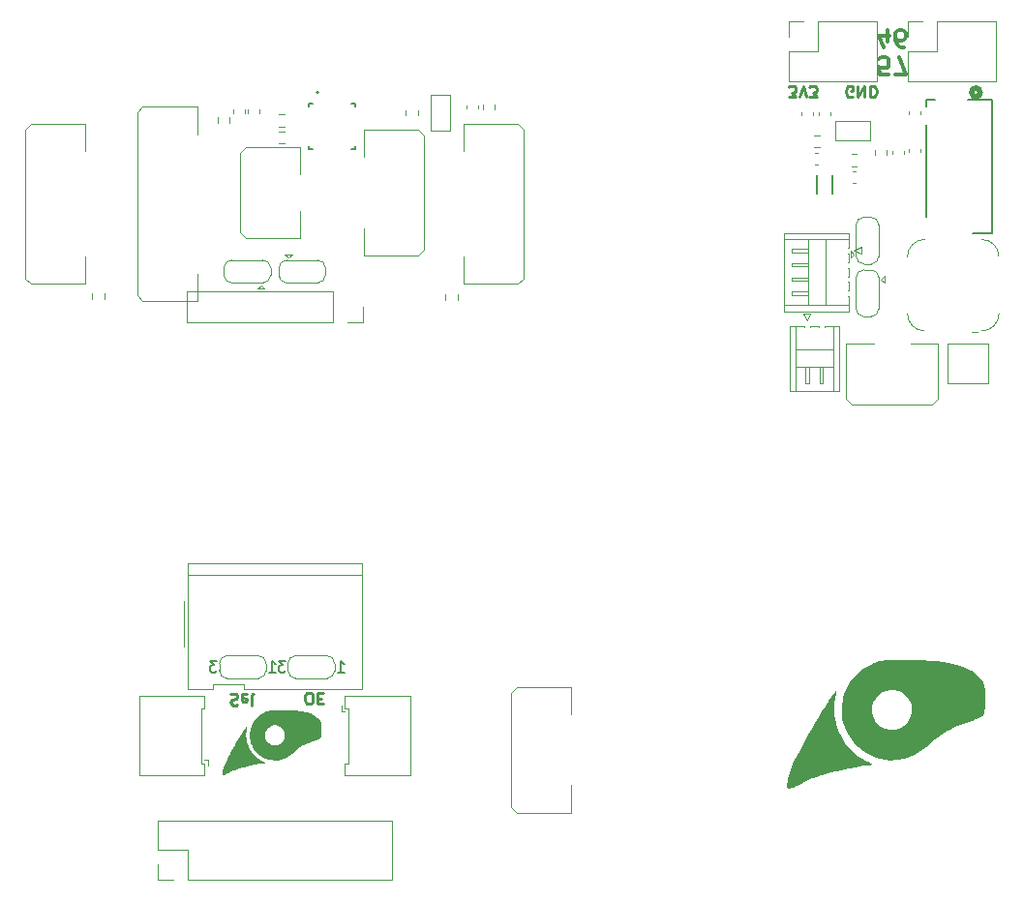
<source format=gbr>
%TF.GenerationSoftware,KiCad,Pcbnew,8.0.5*%
%TF.CreationDate,2024-12-31T14:00:23+11:00*%
%TF.ProjectId,Combined_Fabrication,436f6d62-696e-4656-945f-466162726963,rev?*%
%TF.SameCoordinates,Original*%
%TF.FileFunction,Legend,Bot*%
%TF.FilePolarity,Positive*%
%FSLAX46Y46*%
G04 Gerber Fmt 4.6, Leading zero omitted, Abs format (unit mm)*
G04 Created by KiCad (PCBNEW 8.0.5) date 2024-12-31 14:00:23*
%MOMM*%
%LPD*%
G01*
G04 APERTURE LIST*
%ADD10C,0.300000*%
%ADD11C,0.250000*%
%ADD12C,0.150000*%
%ADD13C,0.000000*%
%ADD14C,0.050000*%
%ADD15C,0.120000*%
%ADD16C,0.100000*%
%ADD17C,0.152400*%
%ADD18C,0.508000*%
%ADD19C,0.127000*%
%ADD20C,0.200000*%
G04 APERTURE END LIST*
D10*
X180249999Y-55179129D02*
X181249999Y-55179129D01*
X181249999Y-55179129D02*
X180607142Y-53679129D01*
X181035714Y-52764213D02*
X180749999Y-52764213D01*
X180749999Y-52764213D02*
X180607142Y-52692784D01*
X180607142Y-52692784D02*
X180535714Y-52621356D01*
X180535714Y-52621356D02*
X180392856Y-52407070D01*
X180392856Y-52407070D02*
X180321428Y-52121356D01*
X180321428Y-52121356D02*
X180321428Y-51549927D01*
X180321428Y-51549927D02*
X180392856Y-51407070D01*
X180392856Y-51407070D02*
X180464285Y-51335642D01*
X180464285Y-51335642D02*
X180607142Y-51264213D01*
X180607142Y-51264213D02*
X180892856Y-51264213D01*
X180892856Y-51264213D02*
X181035714Y-51335642D01*
X181035714Y-51335642D02*
X181107142Y-51407070D01*
X181107142Y-51407070D02*
X181178571Y-51549927D01*
X181178571Y-51549927D02*
X181178571Y-51907070D01*
X181178571Y-51907070D02*
X181107142Y-52049927D01*
X181107142Y-52049927D02*
X181035714Y-52121356D01*
X181035714Y-52121356D02*
X180892856Y-52192784D01*
X180892856Y-52192784D02*
X180607142Y-52192784D01*
X180607142Y-52192784D02*
X180464285Y-52121356D01*
X180464285Y-52121356D02*
X180392856Y-52049927D01*
X180392856Y-52049927D02*
X180321428Y-51907070D01*
D11*
X170961903Y-57150382D02*
X171580950Y-57150382D01*
X171580950Y-57150382D02*
X171247617Y-56769430D01*
X171247617Y-56769430D02*
X171390474Y-56769430D01*
X171390474Y-56769430D02*
X171485712Y-56721811D01*
X171485712Y-56721811D02*
X171533331Y-56674192D01*
X171533331Y-56674192D02*
X171580950Y-56578954D01*
X171580950Y-56578954D02*
X171580950Y-56340859D01*
X171580950Y-56340859D02*
X171533331Y-56245621D01*
X171533331Y-56245621D02*
X171485712Y-56198002D01*
X171485712Y-56198002D02*
X171390474Y-56150382D01*
X171390474Y-56150382D02*
X171104760Y-56150382D01*
X171104760Y-56150382D02*
X171009522Y-56198002D01*
X171009522Y-56198002D02*
X170961903Y-56245621D01*
X171866665Y-57150382D02*
X172199998Y-56150382D01*
X172199998Y-56150382D02*
X172533331Y-57150382D01*
X172771427Y-57150382D02*
X173390474Y-57150382D01*
X173390474Y-57150382D02*
X173057141Y-56769430D01*
X173057141Y-56769430D02*
X173199998Y-56769430D01*
X173199998Y-56769430D02*
X173295236Y-56721811D01*
X173295236Y-56721811D02*
X173342855Y-56674192D01*
X173342855Y-56674192D02*
X173390474Y-56578954D01*
X173390474Y-56578954D02*
X173390474Y-56340859D01*
X173390474Y-56340859D02*
X173342855Y-56245621D01*
X173342855Y-56245621D02*
X173295236Y-56198002D01*
X173295236Y-56198002D02*
X173199998Y-56150382D01*
X173199998Y-56150382D02*
X172914284Y-56150382D01*
X172914284Y-56150382D02*
X172819046Y-56198002D01*
X172819046Y-56198002D02*
X172771427Y-56245621D01*
X176538094Y-57102762D02*
X176442856Y-57150381D01*
X176442856Y-57150381D02*
X176299999Y-57150381D01*
X176299999Y-57150381D02*
X176157142Y-57102762D01*
X176157142Y-57102762D02*
X176061904Y-57007524D01*
X176061904Y-57007524D02*
X176014285Y-56912286D01*
X176014285Y-56912286D02*
X175966666Y-56721810D01*
X175966666Y-56721810D02*
X175966666Y-56578953D01*
X175966666Y-56578953D02*
X176014285Y-56388477D01*
X176014285Y-56388477D02*
X176061904Y-56293239D01*
X176061904Y-56293239D02*
X176157142Y-56198001D01*
X176157142Y-56198001D02*
X176299999Y-56150381D01*
X176299999Y-56150381D02*
X176395237Y-56150381D01*
X176395237Y-56150381D02*
X176538094Y-56198001D01*
X176538094Y-56198001D02*
X176585713Y-56245620D01*
X176585713Y-56245620D02*
X176585713Y-56578953D01*
X176585713Y-56578953D02*
X176395237Y-56578953D01*
X177014285Y-56150381D02*
X177014285Y-57150381D01*
X177014285Y-57150381D02*
X177585713Y-56150381D01*
X177585713Y-56150381D02*
X177585713Y-57150381D01*
X178061904Y-56150381D02*
X178061904Y-57150381D01*
X178061904Y-57150381D02*
X178299999Y-57150381D01*
X178299999Y-57150381D02*
X178442856Y-57102762D01*
X178442856Y-57102762D02*
X178538094Y-57007524D01*
X178538094Y-57007524D02*
X178585713Y-56912286D01*
X178585713Y-56912286D02*
X178633332Y-56721810D01*
X178633332Y-56721810D02*
X178633332Y-56578953D01*
X178633332Y-56578953D02*
X178585713Y-56388477D01*
X178585713Y-56388477D02*
X178538094Y-56293239D01*
X178538094Y-56293239D02*
X178442856Y-56198001D01*
X178442856Y-56198001D02*
X178299999Y-56150381D01*
X178299999Y-56150381D02*
X178061904Y-56150381D01*
D10*
X179657143Y-55179132D02*
X178942857Y-55179132D01*
X178942857Y-55179132D02*
X178871429Y-54464846D01*
X178871429Y-54464846D02*
X178942857Y-54536275D01*
X178942857Y-54536275D02*
X179085715Y-54607703D01*
X179085715Y-54607703D02*
X179442857Y-54607703D01*
X179442857Y-54607703D02*
X179585715Y-54536275D01*
X179585715Y-54536275D02*
X179657143Y-54464846D01*
X179657143Y-54464846D02*
X179728572Y-54321989D01*
X179728572Y-54321989D02*
X179728572Y-53964846D01*
X179728572Y-53964846D02*
X179657143Y-53821989D01*
X179657143Y-53821989D02*
X179585715Y-53750561D01*
X179585715Y-53750561D02*
X179442857Y-53679132D01*
X179442857Y-53679132D02*
X179085715Y-53679132D01*
X179085715Y-53679132D02*
X178942857Y-53750561D01*
X178942857Y-53750561D02*
X178871429Y-53821989D01*
X179585715Y-52264216D02*
X179585715Y-51264216D01*
X179228572Y-52835645D02*
X178871429Y-51764216D01*
X178871429Y-51764216D02*
X179800000Y-51764216D01*
D11*
X128893044Y-110235381D02*
X129083520Y-110235381D01*
X129083520Y-110235381D02*
X129178758Y-110187762D01*
X129178758Y-110187762D02*
X129273996Y-110092524D01*
X129273996Y-110092524D02*
X129321615Y-109902048D01*
X129321615Y-109902048D02*
X129321615Y-109568715D01*
X129321615Y-109568715D02*
X129273996Y-109378239D01*
X129273996Y-109378239D02*
X129178758Y-109283001D01*
X129178758Y-109283001D02*
X129083520Y-109235381D01*
X129083520Y-109235381D02*
X128893044Y-109235381D01*
X128893044Y-109235381D02*
X128797806Y-109283001D01*
X128797806Y-109283001D02*
X128702568Y-109378239D01*
X128702568Y-109378239D02*
X128654949Y-109568715D01*
X128654949Y-109568715D02*
X128654949Y-109902048D01*
X128654949Y-109902048D02*
X128702568Y-110092524D01*
X128702568Y-110092524D02*
X128797806Y-110187762D01*
X128797806Y-110187762D02*
X128893044Y-110235381D01*
X129750187Y-109759191D02*
X130083520Y-109759191D01*
X130226377Y-109235381D02*
X129750187Y-109235381D01*
X129750187Y-109235381D02*
X129750187Y-110235381D01*
X129750187Y-110235381D02*
X130226377Y-110235381D01*
X122154949Y-109383000D02*
X122297806Y-109335380D01*
X122297806Y-109335380D02*
X122535901Y-109335380D01*
X122535901Y-109335380D02*
X122631139Y-109383000D01*
X122631139Y-109383000D02*
X122678758Y-109430619D01*
X122678758Y-109430619D02*
X122726377Y-109525857D01*
X122726377Y-109525857D02*
X122726377Y-109621095D01*
X122726377Y-109621095D02*
X122678758Y-109716333D01*
X122678758Y-109716333D02*
X122631139Y-109763952D01*
X122631139Y-109763952D02*
X122535901Y-109811571D01*
X122535901Y-109811571D02*
X122345425Y-109859190D01*
X122345425Y-109859190D02*
X122250187Y-109906809D01*
X122250187Y-109906809D02*
X122202568Y-109954428D01*
X122202568Y-109954428D02*
X122154949Y-110049666D01*
X122154949Y-110049666D02*
X122154949Y-110144904D01*
X122154949Y-110144904D02*
X122202568Y-110240142D01*
X122202568Y-110240142D02*
X122250187Y-110287761D01*
X122250187Y-110287761D02*
X122345425Y-110335380D01*
X122345425Y-110335380D02*
X122583520Y-110335380D01*
X122583520Y-110335380D02*
X122726377Y-110287761D01*
X123535901Y-109383000D02*
X123440663Y-109335380D01*
X123440663Y-109335380D02*
X123250187Y-109335380D01*
X123250187Y-109335380D02*
X123154949Y-109383000D01*
X123154949Y-109383000D02*
X123107330Y-109478238D01*
X123107330Y-109478238D02*
X123107330Y-109859190D01*
X123107330Y-109859190D02*
X123154949Y-109954428D01*
X123154949Y-109954428D02*
X123250187Y-110002047D01*
X123250187Y-110002047D02*
X123440663Y-110002047D01*
X123440663Y-110002047D02*
X123535901Y-109954428D01*
X123535901Y-109954428D02*
X123583520Y-109859190D01*
X123583520Y-109859190D02*
X123583520Y-109763952D01*
X123583520Y-109763952D02*
X123107330Y-109668714D01*
X124154949Y-109335380D02*
X124059711Y-109383000D01*
X124059711Y-109383000D02*
X124012092Y-109478238D01*
X124012092Y-109478238D02*
X124012092Y-110335380D01*
D12*
X126933331Y-106454820D02*
X126314284Y-106454820D01*
X126314284Y-106454820D02*
X126647617Y-106835772D01*
X126647617Y-106835772D02*
X126504760Y-106835772D01*
X126504760Y-106835772D02*
X126409522Y-106883391D01*
X126409522Y-106883391D02*
X126361903Y-106931010D01*
X126361903Y-106931010D02*
X126314284Y-107026248D01*
X126314284Y-107026248D02*
X126314284Y-107264343D01*
X126314284Y-107264343D02*
X126361903Y-107359581D01*
X126361903Y-107359581D02*
X126409522Y-107407201D01*
X126409522Y-107407201D02*
X126504760Y-107454820D01*
X126504760Y-107454820D02*
X126790474Y-107454820D01*
X126790474Y-107454820D02*
X126885712Y-107407201D01*
X126885712Y-107407201D02*
X126933331Y-107359581D01*
X131514286Y-107454820D02*
X132085714Y-107454820D01*
X131800000Y-107454820D02*
X131800000Y-106454820D01*
X131800000Y-106454820D02*
X131895238Y-106597677D01*
X131895238Y-106597677D02*
X131990476Y-106692915D01*
X131990476Y-106692915D02*
X132085714Y-106740534D01*
X125514286Y-107454820D02*
X126085714Y-107454820D01*
X125800000Y-107454820D02*
X125800000Y-106454820D01*
X125800000Y-106454820D02*
X125895238Y-106597677D01*
X125895238Y-106597677D02*
X125990476Y-106692915D01*
X125990476Y-106692915D02*
X126085714Y-106740534D01*
X120933331Y-106454820D02*
X120314284Y-106454820D01*
X120314284Y-106454820D02*
X120647617Y-106835772D01*
X120647617Y-106835772D02*
X120504760Y-106835772D01*
X120504760Y-106835772D02*
X120409522Y-106883391D01*
X120409522Y-106883391D02*
X120361903Y-106931010D01*
X120361903Y-106931010D02*
X120314284Y-107026248D01*
X120314284Y-107026248D02*
X120314284Y-107264343D01*
X120314284Y-107264343D02*
X120361903Y-107359581D01*
X120361903Y-107359581D02*
X120409522Y-107407201D01*
X120409522Y-107407201D02*
X120504760Y-107454820D01*
X120504760Y-107454820D02*
X120790474Y-107454820D01*
X120790474Y-107454820D02*
X120885712Y-107407201D01*
X120885712Y-107407201D02*
X120933331Y-107359581D01*
D13*
%TO.C,REF\u002A\u002A*%
G36*
X188132431Y-110666843D02*
G01*
X188096804Y-110885250D01*
X188052071Y-111040098D01*
X188037626Y-111072571D01*
X187970080Y-111185354D01*
X187874708Y-111288613D01*
X187743211Y-111387166D01*
X187567290Y-111485828D01*
X187338647Y-111589417D01*
X187048984Y-111702748D01*
X186690000Y-111830639D01*
X186588661Y-111865655D01*
X186244290Y-111985724D01*
X185961605Y-112086549D01*
X185729207Y-112172547D01*
X185535700Y-112248135D01*
X185369686Y-112317729D01*
X185219766Y-112385745D01*
X185074543Y-112456599D01*
X184883693Y-112556805D01*
X184318753Y-112901761D01*
X183746278Y-113322154D01*
X183170000Y-113815320D01*
X182965217Y-113996455D01*
X182488796Y-114365691D01*
X182011180Y-114660570D01*
X181525111Y-114884675D01*
X181023330Y-115041593D01*
X180498578Y-115134909D01*
X180381838Y-115147130D01*
X179888075Y-115165026D01*
X179401972Y-115123407D01*
X178895393Y-115020263D01*
X178451810Y-114878201D01*
X177945636Y-114642970D01*
X177470267Y-114342522D01*
X177033132Y-113983882D01*
X176641660Y-113574075D01*
X176303280Y-113120125D01*
X176025421Y-112629059D01*
X175815513Y-112107900D01*
X175791681Y-112033547D01*
X175716308Y-111775035D01*
X175664691Y-111542772D01*
X175632924Y-111310297D01*
X175617097Y-111051154D01*
X175613302Y-110738884D01*
X175616305Y-110650000D01*
X178250000Y-110650000D01*
X178250000Y-110850000D01*
X178275000Y-111040599D01*
X178300000Y-111184789D01*
X178339485Y-111306258D01*
X178383224Y-111428967D01*
X178531211Y-111714155D01*
X178757805Y-111994403D01*
X179039147Y-112222633D01*
X179366238Y-112390044D01*
X179501036Y-112431590D01*
X179755091Y-112474528D01*
X180030270Y-112488235D01*
X180295096Y-112471777D01*
X180518093Y-112424221D01*
X180763936Y-112327029D01*
X181036894Y-112164601D01*
X181277665Y-111947933D01*
X181494047Y-111662682D01*
X181647062Y-111338985D01*
X181730182Y-110993093D01*
X181741968Y-110635841D01*
X181680978Y-110278065D01*
X181545774Y-109930598D01*
X181505031Y-109859933D01*
X181377709Y-109687461D01*
X181217615Y-109511355D01*
X181048316Y-109356305D01*
X180893374Y-109247005D01*
X180861595Y-109229680D01*
X180529663Y-109094961D01*
X180181841Y-109029446D01*
X179830337Y-109030897D01*
X179487356Y-109097076D01*
X179165105Y-109225746D01*
X178875789Y-109414670D01*
X178631615Y-109661610D01*
X178551215Y-109769257D01*
X178426897Y-109979368D01*
X178346613Y-110199590D01*
X178275000Y-110452051D01*
X178250000Y-110650000D01*
X175616305Y-110650000D01*
X175627092Y-110330783D01*
X175671417Y-109952805D01*
X175751106Y-109594715D01*
X175871017Y-109228036D01*
X176030054Y-108860567D01*
X176308584Y-108379143D01*
X176649575Y-107929647D01*
X177043828Y-107521311D01*
X177482143Y-107163368D01*
X177955320Y-106865050D01*
X178454161Y-106635589D01*
X178636846Y-106570542D01*
X178854407Y-106504895D01*
X179078952Y-106452000D01*
X179319574Y-106411108D01*
X179585363Y-106381473D01*
X179885410Y-106362345D01*
X180228806Y-106352978D01*
X180624643Y-106352622D01*
X181082011Y-106360531D01*
X181610000Y-106375956D01*
X181899319Y-106385812D01*
X182410507Y-106404521D01*
X182854655Y-106423087D01*
X183240337Y-106442311D01*
X183576128Y-106462993D01*
X183870603Y-106485934D01*
X184132337Y-106511935D01*
X184369904Y-106541797D01*
X184591879Y-106576319D01*
X184806837Y-106616304D01*
X185023353Y-106662551D01*
X185250000Y-106715862D01*
X185629465Y-106815735D01*
X186204838Y-107002070D01*
X186704649Y-107212448D01*
X187129486Y-107447266D01*
X187479935Y-107706921D01*
X187756584Y-107991811D01*
X187960019Y-108302333D01*
X188090827Y-108638884D01*
X188105223Y-108698232D01*
X188140547Y-108914924D01*
X188164963Y-109179713D01*
X188178728Y-109476649D01*
X188182100Y-109789781D01*
X188175336Y-110103158D01*
X188158694Y-110400829D01*
X188135492Y-110635841D01*
X188132431Y-110666843D01*
G37*
G36*
X175094565Y-109136590D02*
G01*
X175121040Y-109185723D01*
X175123426Y-109289012D01*
X175101528Y-109453769D01*
X175055152Y-109687312D01*
X175038913Y-109767547D01*
X174987380Y-110132694D01*
X174960821Y-110531605D01*
X174960668Y-110929889D01*
X174988351Y-111293156D01*
X175000030Y-111380112D01*
X175126018Y-111996793D01*
X175322313Y-112587303D01*
X175585149Y-113144630D01*
X175910765Y-113661762D01*
X176295394Y-114131687D01*
X176735273Y-114547393D01*
X176824432Y-114619639D01*
X177106583Y-114830330D01*
X177395223Y-115022127D01*
X177669859Y-115181959D01*
X177910000Y-115296755D01*
X177925638Y-115303140D01*
X178084803Y-115372796D01*
X178179410Y-115427155D01*
X178220386Y-115474187D01*
X178218659Y-115521860D01*
X178206665Y-115539897D01*
X178122747Y-115580342D01*
X177962479Y-115606983D01*
X177947560Y-115608487D01*
X177528811Y-115655697D01*
X177124684Y-115712101D01*
X176712480Y-115781510D01*
X176269498Y-115867736D01*
X175773040Y-115974589D01*
X175629449Y-116006808D01*
X175084375Y-116133291D01*
X174602223Y-116253495D01*
X174169959Y-116371842D01*
X173774547Y-116492756D01*
X173402954Y-116620658D01*
X173042144Y-116759970D01*
X172679082Y-116915115D01*
X172300733Y-117090515D01*
X171894062Y-117290593D01*
X171633244Y-117419970D01*
X171402298Y-117528914D01*
X171224816Y-117604019D01*
X171092221Y-117648083D01*
X170995938Y-117663903D01*
X170927390Y-117654276D01*
X170878000Y-117622000D01*
X170853214Y-117580821D01*
X170829707Y-117457406D01*
X170829294Y-117279701D01*
X170850020Y-117061226D01*
X170889932Y-116815498D01*
X170947075Y-116556039D01*
X171019495Y-116296366D01*
X171105238Y-116050000D01*
X171119302Y-116014301D01*
X171253768Y-115696669D01*
X171426213Y-115322128D01*
X171631672Y-114899718D01*
X171865182Y-114438479D01*
X172121780Y-113947451D01*
X172396499Y-113435674D01*
X172684378Y-112912189D01*
X172980451Y-112386035D01*
X173279756Y-111866252D01*
X173577327Y-111361880D01*
X173868200Y-110881960D01*
X174147413Y-110435531D01*
X174410000Y-110031634D01*
X174564293Y-109802560D01*
X174716974Y-109581863D01*
X174849766Y-109396225D01*
X174956789Y-109253678D01*
X175032161Y-109162258D01*
X175070000Y-109130000D01*
X175094565Y-109136590D01*
G37*
D14*
%TO.C,U4*%
X178099999Y-60900001D02*
X174999999Y-60900001D01*
X174999999Y-59200001D01*
X178099999Y-59200001D01*
X178099999Y-60900001D01*
D15*
%TO.C,J5*%
X181344998Y-50545002D02*
X182674998Y-50545002D01*
X181344998Y-51875002D02*
X181344998Y-50545002D01*
X181344998Y-53145003D02*
X183944998Y-53145002D01*
X181344998Y-55745002D02*
X181344998Y-53145003D01*
X183944998Y-53145002D02*
X183944999Y-50545002D01*
X189084997Y-50545002D02*
X183944999Y-50545002D01*
X189084998Y-55745002D02*
X181344998Y-55745002D01*
X189084998Y-55745002D02*
X189084997Y-50545002D01*
%TO.C,JP1*%
X176349998Y-70600004D02*
X176349998Y-71200004D01*
X176349998Y-70600004D02*
X176649998Y-70900004D01*
X176349998Y-71200004D02*
X176649998Y-70900004D01*
X176849998Y-71100004D02*
X176849998Y-68300004D01*
X177549998Y-67650004D02*
X178149998Y-67650004D01*
X178149998Y-71750004D02*
X177549998Y-71750004D01*
X178849998Y-68300004D02*
X178849998Y-71100004D01*
X176849998Y-68350004D02*
G75*
G02*
X177549998Y-67650004I700000J0D01*
G01*
X177549998Y-71750004D02*
G75*
G02*
X176849998Y-71050004I-1J699999D01*
G01*
X178149998Y-67650004D02*
G75*
G02*
X178849998Y-68350004I0J-700000D01*
G01*
X178849998Y-71050004D02*
G75*
G02*
X178149998Y-71750004I-699999J-1D01*
G01*
%TO.C,C9*%
X181490000Y-61653734D02*
X181490000Y-61946268D01*
X182510000Y-61653734D02*
X182510000Y-61946268D01*
D16*
%TO.C,BootSW1*%
X188450000Y-82150001D02*
X184850000Y-82150001D01*
X184850000Y-78750001D01*
X188450000Y-78750001D01*
X188450000Y-82150001D01*
D15*
%TO.C,C13*%
X179990000Y-61859419D02*
X179990000Y-62140581D01*
X181010000Y-61859419D02*
X181010000Y-62140581D01*
%TO.C,R2*%
X187487257Y-77677501D02*
X187012741Y-77677501D01*
X187487257Y-78722501D02*
X187012741Y-78722501D01*
D17*
%TO.C,J3*%
X183017100Y-57370700D02*
X183713553Y-57370700D01*
X183017100Y-57942860D02*
X183017100Y-57370700D01*
X183017100Y-67575771D02*
X183017101Y-59548140D01*
X186638634Y-57370700D02*
X188782900Y-57370700D01*
X188782900Y-57370700D02*
X188782900Y-69029300D01*
X188782900Y-69029300D02*
X187078632Y-69029300D01*
D18*
X187714899Y-56735700D02*
G75*
G02*
X186952899Y-56735700I-381000J0D01*
G01*
X186952899Y-56735700D02*
G75*
G02*
X187714899Y-56735700I381000J0D01*
G01*
D15*
%TO.C,J1*%
X170572499Y-69015002D02*
X176192499Y-69015002D01*
X170572499Y-75885002D02*
X170572499Y-69015002D01*
X171182498Y-71825002D02*
X171219999Y-71675002D01*
X171182498Y-74325002D02*
X171219999Y-74175002D01*
X171182499Y-70575002D02*
X171219998Y-70425002D01*
X171182499Y-73075002D02*
X171219998Y-72925002D01*
X171219998Y-70425002D02*
X172682499Y-70425002D01*
X171219998Y-70725002D02*
X171182499Y-70575002D01*
X171219998Y-72925002D02*
X172682499Y-72925002D01*
X171219998Y-73225002D02*
X171182499Y-73075002D01*
X171219999Y-71675002D02*
X172682500Y-71675002D01*
X171219999Y-71975002D02*
X171182498Y-71825002D01*
X171219999Y-74175002D02*
X172682499Y-74175001D01*
X171219999Y-74475002D02*
X171182498Y-74325002D01*
X172682499Y-70725002D02*
X171219998Y-70725002D01*
X172682499Y-73225002D02*
X171219998Y-73225002D01*
X172682499Y-74475001D02*
X171219999Y-74475002D01*
X172682499Y-75335002D02*
X172682499Y-69565002D01*
X172682500Y-71975002D02*
X171219999Y-71975002D01*
X174182499Y-75335002D02*
X174182499Y-69565002D01*
X176142499Y-71575002D02*
X176192499Y-71575002D01*
X176142499Y-72825002D02*
X176192499Y-72825002D01*
X176142499Y-74075002D02*
X176192499Y-74075002D01*
X176142499Y-74575003D02*
X176192499Y-74575002D01*
X176192499Y-69015002D02*
X176192499Y-70325002D01*
X176192499Y-69565002D02*
X170572499Y-69565002D01*
X176192499Y-70325002D02*
X176142499Y-70325002D01*
X176192499Y-70825002D02*
X176142499Y-70825002D01*
X176192499Y-71575002D02*
X176192499Y-70825002D01*
X176192499Y-72075002D02*
X176142499Y-72075002D01*
X176192499Y-72825002D02*
X176192499Y-72075002D01*
X176192499Y-73325002D02*
X176142499Y-73325002D01*
X176192499Y-74075002D02*
X176192499Y-73325002D01*
X176192499Y-74575002D02*
X176192499Y-75885002D01*
X176192499Y-75335002D02*
X170572499Y-75335002D01*
X176192499Y-75885002D02*
X170572499Y-75885002D01*
X176682499Y-70575002D02*
X177282499Y-70875002D01*
X177282499Y-70275002D02*
X176682499Y-70575002D01*
X177282499Y-70875002D02*
X177282499Y-70275002D01*
%TO.C,R1*%
X173162742Y-60477501D02*
X173637258Y-60477501D01*
X173162742Y-61522501D02*
X173637258Y-61522501D01*
%TO.C,C12*%
X178477500Y-61762742D02*
X178477500Y-62237258D01*
X179522500Y-61762742D02*
X179522500Y-62237258D01*
%TO.C,J4*%
X170944998Y-50545000D02*
X172274998Y-50545000D01*
X170944998Y-51875000D02*
X170944998Y-50545000D01*
X170944998Y-53145001D02*
X173544998Y-53145000D01*
X170944998Y-55745000D02*
X170944998Y-53145001D01*
X173544998Y-53145000D02*
X173544999Y-50545000D01*
X178684997Y-50545000D02*
X173544999Y-50545000D01*
X178684998Y-55745000D02*
X170944998Y-55745000D01*
X178684998Y-55745000D02*
X178684997Y-50545000D01*
%TO.C,C7*%
X173589999Y-58453733D02*
X173589999Y-58746267D01*
X174609999Y-58453733D02*
X174609999Y-58746267D01*
D16*
%TO.C,U3*%
X175999999Y-78750001D02*
X178399999Y-78750000D01*
X175999999Y-82099999D02*
X175999999Y-78750001D01*
X175999999Y-82099999D02*
X175999999Y-83500000D01*
X175999999Y-83500000D02*
X176499999Y-84000000D01*
X176499999Y-84000000D02*
X183499999Y-84000000D01*
X181599999Y-78750000D02*
X183999999Y-78750001D01*
X183999999Y-78750001D02*
X183999999Y-82099999D01*
X183999999Y-82099999D02*
X183999999Y-83500000D01*
X183999999Y-83500000D02*
X183499999Y-84000000D01*
%TO.C,U1*%
X181349999Y-71100001D02*
G75*
G02*
X182849999Y-69600001I1500000J0D01*
G01*
X182849999Y-77600001D02*
G75*
G02*
X181349999Y-76100001I0J1500000D01*
G01*
X187849999Y-69600001D02*
G75*
G02*
X189349999Y-71100001I-1J-1500001D01*
G01*
X189349999Y-76100001D02*
G75*
G02*
X187849999Y-77600001I-1500001J1D01*
G01*
D15*
%TO.C,C1*%
X176559419Y-63640001D02*
X176840581Y-63640001D01*
X176559419Y-64660001D02*
X176840581Y-64660001D01*
%TO.C,J2*%
X171015000Y-77207501D02*
X172325000Y-77207501D01*
X171015000Y-82827501D02*
X171015000Y-77207501D01*
X171565000Y-77207501D02*
X171565000Y-82827501D01*
X172275000Y-76117501D02*
X172575000Y-76717501D01*
X172325000Y-77207501D02*
X172325000Y-77257501D01*
X172425000Y-82180002D02*
X172425000Y-80717501D01*
X172575000Y-76717501D02*
X172875000Y-76117501D01*
X172575000Y-82217501D02*
X172425000Y-82180002D01*
X172725000Y-80717501D02*
X172725000Y-82180002D01*
X172725000Y-82180002D02*
X172575000Y-82217501D01*
X172825000Y-77207501D02*
X172825000Y-77257501D01*
X172875000Y-76117501D02*
X172275000Y-76117501D01*
X173575000Y-77207501D02*
X172825000Y-77207501D01*
X173575000Y-77257501D02*
X173575000Y-77207501D01*
X173675000Y-82180001D02*
X173675000Y-80717500D01*
X173825000Y-82217502D02*
X173675000Y-82180001D01*
X173975000Y-80717500D02*
X173975000Y-82180001D01*
X173975000Y-82180001D02*
X173825000Y-82217502D01*
X174075000Y-77207501D02*
X175385000Y-77207501D01*
X174075000Y-77257501D02*
X174075000Y-77207501D01*
X174835000Y-77207501D02*
X174835000Y-82827501D01*
X174835000Y-79217501D02*
X171565000Y-79217501D01*
X174835000Y-80717501D02*
X171565000Y-80717501D01*
X175385000Y-77207501D02*
X175385000Y-82827501D01*
X175385000Y-82827501D02*
X171015000Y-82827501D01*
D19*
%TO.C,L1*%
X173434999Y-63950003D02*
X173434999Y-65550001D01*
X174764999Y-63950003D02*
X174764999Y-65550001D01*
D15*
%TO.C,C10*%
X181440000Y-58353734D02*
X181440000Y-58646268D01*
X182460000Y-58353734D02*
X182460000Y-58646268D01*
%TO.C,JP2*%
X176849999Y-75700000D02*
X176849999Y-72900000D01*
X177549999Y-72250000D02*
X178149999Y-72250000D01*
X178149999Y-76350000D02*
X177549999Y-76350000D01*
X178849999Y-72900000D02*
X178849999Y-75700000D01*
X179349999Y-72800000D02*
X179049999Y-73100000D01*
X179349999Y-73400000D02*
X179049999Y-73100000D01*
X179349999Y-73400000D02*
X179349999Y-72800000D01*
X176849999Y-72950000D02*
G75*
G02*
X177549999Y-72250000I699999J1D01*
G01*
X177549999Y-76350000D02*
G75*
G02*
X176849999Y-75650000I0J700000D01*
G01*
X178149999Y-72250000D02*
G75*
G02*
X178849999Y-72950000I1J-699999D01*
G01*
X178849999Y-75650000D02*
G75*
G02*
X178149999Y-76350000I-700000J0D01*
G01*
%TO.C,C8*%
X172090001Y-58453735D02*
X172090001Y-58746269D01*
X173110001Y-58453735D02*
X173110001Y-58746269D01*
%TO.C,C6*%
X173259419Y-61990001D02*
X173540581Y-61990001D01*
X173259419Y-63010001D02*
X173540581Y-63010001D01*
%TO.C,C11*%
X176462741Y-62127500D02*
X176937257Y-62127500D01*
X176462741Y-63172500D02*
X176937257Y-63172500D01*
%TO.C,J4*%
X114140000Y-116485000D02*
X119860000Y-116485000D01*
X119860000Y-116485000D02*
X119860000Y-115415000D01*
X120150000Y-115625000D02*
X120150000Y-115125000D01*
X119560000Y-115415000D02*
X119560000Y-113000000D01*
X119860000Y-115415000D02*
X119560000Y-115415000D01*
X120150000Y-115125000D02*
X119850000Y-115125000D01*
X114140000Y-113000000D02*
X114140000Y-116485000D01*
X114140000Y-113000000D02*
X114140000Y-109515000D01*
X119560000Y-110585000D02*
X119560000Y-113000000D01*
X119860000Y-110585000D02*
X119560000Y-110585000D01*
X114140000Y-109515000D02*
X119860000Y-109515000D01*
X119860000Y-109515000D02*
X119860000Y-110585000D01*
%TO.C,JP1*%
X130600000Y-108000001D02*
X127800000Y-108000001D01*
X127150000Y-107300001D02*
X127150000Y-106700001D01*
X131250000Y-106700001D02*
X131250000Y-107300001D01*
X127800000Y-106000001D02*
X130600000Y-106000001D01*
X127850000Y-108000001D02*
G75*
G02*
X127150000Y-107300001I0J700000D01*
G01*
X131250000Y-107300001D02*
G75*
G02*
X130550000Y-108000001I-699999J-1D01*
G01*
X127150000Y-106700001D02*
G75*
G02*
X127850000Y-106000001I700000J0D01*
G01*
X130550000Y-106000001D02*
G75*
G02*
X131250000Y-106700001I1J-699999D01*
G01*
%TO.C,J1*%
X115795000Y-125620001D02*
X115795000Y-124290001D01*
X117125000Y-125620001D02*
X115795000Y-125620001D01*
X118395001Y-125620001D02*
X118395000Y-123020001D01*
X136235001Y-125620001D02*
X118395001Y-125620001D01*
X136235001Y-125620001D02*
X136235000Y-120420001D01*
X115795000Y-123020000D02*
X115795000Y-120420001D01*
X118395000Y-123020001D02*
X115795000Y-123020000D01*
X136235000Y-120420001D02*
X115795000Y-120420001D01*
%TO.C,JP2*%
X124600000Y-108000001D02*
X121800000Y-108000001D01*
X121150000Y-107300001D02*
X121150000Y-106700001D01*
X125250000Y-106700001D02*
X125250000Y-107300001D01*
X121800000Y-106000001D02*
X124600000Y-106000001D01*
X121850000Y-108000001D02*
G75*
G02*
X121150000Y-107300001I0J700000D01*
G01*
X125250000Y-107300001D02*
G75*
G02*
X124550000Y-108000001I-699999J-1D01*
G01*
X121150000Y-106700001D02*
G75*
G02*
X121850000Y-106000001I700000J0D01*
G01*
X124550000Y-106000001D02*
G75*
G02*
X125250000Y-106700001I1J-699999D01*
G01*
%TO.C,J2*%
X118350000Y-108935001D02*
X118350000Y-98965002D01*
X120630000Y-108935001D02*
X118350000Y-108935001D01*
X123330000Y-108935001D02*
X123330000Y-108535001D01*
X133650000Y-108935001D02*
X123330000Y-108935001D01*
X120630000Y-108535001D02*
X120630000Y-108935001D01*
X123330000Y-108535001D02*
X120630000Y-108535001D01*
X118060000Y-101225001D02*
X118060000Y-105225001D01*
X118350000Y-98965002D02*
X118350000Y-97965001D01*
X133650000Y-98965001D02*
X118350000Y-98965002D01*
X118350000Y-97965001D02*
X133650000Y-97965001D01*
X133650000Y-97965001D02*
X133650000Y-108935001D01*
D13*
%TO.C,REF\u002A\u002A*%
G36*
X123572283Y-112193296D02*
G01*
X123585520Y-112217862D01*
X123586713Y-112269507D01*
X123575764Y-112351885D01*
X123552576Y-112468657D01*
X123544457Y-112508774D01*
X123518690Y-112691347D01*
X123505411Y-112890803D01*
X123505334Y-113089945D01*
X123519176Y-113271579D01*
X123525015Y-113315057D01*
X123588009Y-113623397D01*
X123686157Y-113918652D01*
X123817575Y-114197316D01*
X123980383Y-114455882D01*
X124172697Y-114690844D01*
X124392637Y-114898697D01*
X124437216Y-114934820D01*
X124578292Y-115040166D01*
X124722612Y-115136064D01*
X124859930Y-115215980D01*
X124980000Y-115273378D01*
X124987819Y-115276571D01*
X125067402Y-115311399D01*
X125114705Y-115338578D01*
X125135193Y-115362094D01*
X125134330Y-115385931D01*
X125128333Y-115394949D01*
X125086374Y-115415172D01*
X125006240Y-115428492D01*
X124998780Y-115429244D01*
X124789406Y-115452849D01*
X124587342Y-115481051D01*
X124381240Y-115515756D01*
X124159749Y-115558869D01*
X123911520Y-115612295D01*
X123839725Y-115628405D01*
X123567189Y-115691646D01*
X123326112Y-115751748D01*
X123109980Y-115810922D01*
X122912274Y-115871379D01*
X122726477Y-115935330D01*
X122546072Y-116004986D01*
X122364541Y-116082558D01*
X122175367Y-116170258D01*
X121972031Y-116270297D01*
X121841622Y-116334986D01*
X121726149Y-116389458D01*
X121637408Y-116427010D01*
X121571111Y-116449042D01*
X121522970Y-116456952D01*
X121488695Y-116452139D01*
X121464001Y-116436001D01*
X121451607Y-116415411D01*
X121439854Y-116353704D01*
X121439647Y-116264851D01*
X121450010Y-116155614D01*
X121469966Y-116032750D01*
X121498538Y-115903020D01*
X121534749Y-115773184D01*
X121577618Y-115650001D01*
X121584651Y-115632151D01*
X121651884Y-115473335D01*
X121738107Y-115286065D01*
X121840836Y-115074860D01*
X121957591Y-114844240D01*
X122085890Y-114598726D01*
X122223250Y-114342838D01*
X122367189Y-114081095D01*
X122515226Y-113818018D01*
X122664878Y-113558127D01*
X122813664Y-113305941D01*
X122959100Y-113065981D01*
X123098707Y-112842766D01*
X123230000Y-112640818D01*
X123307147Y-112526281D01*
X123383487Y-112415932D01*
X123449883Y-112323113D01*
X123503395Y-112251840D01*
X123541081Y-112206130D01*
X123560000Y-112190001D01*
X123572283Y-112193296D01*
G37*
G36*
X130091217Y-112923980D02*
G01*
X130073402Y-113033184D01*
X130051036Y-113110608D01*
X130043813Y-113126844D01*
X130010040Y-113183236D01*
X129962353Y-113234865D01*
X129896606Y-113284143D01*
X129808645Y-113333473D01*
X129694324Y-113385267D01*
X129549492Y-113441933D01*
X129370000Y-113505878D01*
X129319331Y-113523387D01*
X129147145Y-113583421D01*
X129005803Y-113633833D01*
X128889604Y-113676832D01*
X128792850Y-113714626D01*
X128709843Y-113749423D01*
X128634883Y-113783431D01*
X128562272Y-113818858D01*
X128466847Y-113868961D01*
X128184377Y-114041439D01*
X127898139Y-114251637D01*
X127610000Y-114498219D01*
X127507609Y-114588786D01*
X127269398Y-114773404D01*
X127030590Y-114920844D01*
X126787556Y-115032896D01*
X126536665Y-115111355D01*
X126274290Y-115158013D01*
X126215919Y-115164124D01*
X125969038Y-115173072D01*
X125725986Y-115152262D01*
X125472697Y-115100690D01*
X125250905Y-115029659D01*
X124997818Y-114912044D01*
X124760134Y-114761820D01*
X124541566Y-114582500D01*
X124345830Y-114377596D01*
X124176640Y-114150621D01*
X124037711Y-113905088D01*
X123932756Y-113644509D01*
X123920841Y-113607331D01*
X123883154Y-113478076D01*
X123857346Y-113361945D01*
X123841463Y-113245707D01*
X123833549Y-113116136D01*
X123831773Y-112970001D01*
X125170319Y-112970001D01*
X125170512Y-113015421D01*
X125173348Y-113110858D01*
X125180873Y-113182953D01*
X125194743Y-113243688D01*
X125216612Y-113305043D01*
X125290606Y-113447636D01*
X125403903Y-113587760D01*
X125544574Y-113701875D01*
X125708119Y-113785581D01*
X125775518Y-113806354D01*
X125902546Y-113827823D01*
X126040135Y-113834676D01*
X126172547Y-113826447D01*
X126284048Y-113802669D01*
X126406968Y-113754073D01*
X126543448Y-113672859D01*
X126663833Y-113564525D01*
X126772024Y-113421900D01*
X126848531Y-113260051D01*
X126890091Y-113087105D01*
X126895984Y-112908479D01*
X126865489Y-112729591D01*
X126797887Y-112555858D01*
X126777516Y-112520525D01*
X126713855Y-112434289D01*
X126633808Y-112346236D01*
X126549158Y-112268711D01*
X126471688Y-112214061D01*
X126455797Y-112205399D01*
X126289832Y-112138039D01*
X126115921Y-112105283D01*
X125940169Y-112106007D01*
X125768679Y-112139097D01*
X125607553Y-112203432D01*
X125462895Y-112297894D01*
X125340808Y-112421364D01*
X125300608Y-112475187D01*
X125238449Y-112580243D01*
X125198307Y-112690354D01*
X125176743Y-112816584D01*
X125170319Y-112970001D01*
X123831773Y-112970001D01*
X123831651Y-112960001D01*
X123838546Y-112755950D01*
X123860709Y-112566961D01*
X123900553Y-112387916D01*
X123960509Y-112204577D01*
X124040027Y-112020842D01*
X124179292Y-111780130D01*
X124349788Y-111555382D01*
X124546915Y-111351214D01*
X124766072Y-111172243D01*
X125002661Y-111023084D01*
X125252081Y-110908353D01*
X125343423Y-110875830D01*
X125452204Y-110843006D01*
X125564476Y-110816558D01*
X125684787Y-110796113D01*
X125817682Y-110781295D01*
X125967705Y-110771731D01*
X126139403Y-110767048D01*
X126337322Y-110766870D01*
X126566006Y-110770824D01*
X126830000Y-110778537D01*
X126974660Y-110783465D01*
X127230254Y-110792820D01*
X127452328Y-110802102D01*
X127645169Y-110811714D01*
X127813064Y-110822055D01*
X127960302Y-110833526D01*
X128091169Y-110846526D01*
X128209952Y-110861457D01*
X128320940Y-110878718D01*
X128428419Y-110898711D01*
X128536677Y-110921835D01*
X128650000Y-110948490D01*
X128839733Y-110998426D01*
X129127419Y-111091594D01*
X129377325Y-111196783D01*
X129589744Y-111314192D01*
X129764968Y-111444019D01*
X129903292Y-111586464D01*
X130005010Y-111741725D01*
X130070414Y-111910001D01*
X130077612Y-111939675D01*
X130095275Y-112048021D01*
X130107482Y-112180415D01*
X130114364Y-112328883D01*
X130116050Y-112485449D01*
X130112668Y-112642138D01*
X130104347Y-112790972D01*
X130092746Y-112908479D01*
X130091217Y-112923980D01*
G37*
D15*
%TO.C,J3*%
X132140000Y-116485001D02*
X132140000Y-115415001D01*
X137860000Y-116485001D02*
X132140000Y-116485001D01*
X132140000Y-115415001D02*
X132440000Y-115415001D01*
X132440000Y-115415001D02*
X132440000Y-113000001D01*
X137860000Y-113000001D02*
X137860000Y-116485001D01*
X137860000Y-113000001D02*
X137860000Y-109515001D01*
X131850000Y-110875001D02*
X132150000Y-110875001D01*
X132140000Y-110585001D02*
X132440000Y-110585001D01*
X132440000Y-110585001D02*
X132440000Y-113000001D01*
X131850000Y-110375001D02*
X131850000Y-110875001D01*
X132140000Y-109515001D02*
X132140000Y-110585001D01*
X137860000Y-109515001D02*
X132140000Y-109515001D01*
%TO.C,C5*%
X142740000Y-57859418D02*
X142740000Y-58140580D01*
X143760000Y-57859418D02*
X143760000Y-58140580D01*
D16*
%TO.C,U9*%
X104150000Y-60000000D02*
X104150000Y-73000000D01*
X104650001Y-59500000D02*
X104150000Y-60000000D01*
X104650001Y-73500000D02*
X104150000Y-73000000D01*
X106050000Y-59500000D02*
X104650001Y-59500000D01*
X106050000Y-59500000D02*
X109400000Y-59500000D01*
X106050000Y-73500000D02*
X104650001Y-73500000D01*
X109400000Y-59500000D02*
X109400000Y-61900000D01*
X109400000Y-71100000D02*
X109400000Y-73500000D01*
X109400000Y-73500000D02*
X106050000Y-73500000D01*
D15*
%TO.C,JP1*%
X126350000Y-72700000D02*
X126350000Y-72100000D01*
X126900000Y-70900000D02*
X127200000Y-71200000D01*
X127000000Y-71400000D02*
X129800000Y-71400000D01*
X127500000Y-70900000D02*
X126900000Y-70900000D01*
X127500000Y-70900000D02*
X127200000Y-71200000D01*
X129800000Y-73400000D02*
X127000000Y-73400000D01*
X130450000Y-72100000D02*
X130450000Y-72700000D01*
X126350000Y-72100000D02*
G75*
G02*
X127050000Y-71400000I699999J1D01*
G01*
X127050000Y-73400000D02*
G75*
G02*
X126350000Y-72700000I-1J699999D01*
G01*
X129750000Y-71400000D02*
G75*
G02*
X130450000Y-72100000I0J-700000D01*
G01*
X130450000Y-72700000D02*
G75*
G02*
X129750000Y-73400000I-700000J0D01*
G01*
D14*
%TO.C,U8*%
X141350000Y-60050000D02*
X139650000Y-60050000D01*
X139650000Y-56950000D01*
X141350000Y-56950000D01*
X141350000Y-60050000D01*
D15*
%TO.C,J2*%
X118320000Y-74170000D02*
X118320000Y-76830000D01*
X118320000Y-74170000D02*
X131079999Y-74170000D01*
X118320000Y-76830000D02*
X131079999Y-76830000D01*
X131079999Y-74170000D02*
X131079999Y-76830000D01*
X133680000Y-75500000D02*
X133680000Y-76830000D01*
X133680000Y-76830000D02*
X132350000Y-76830000D01*
%TO.C,C3*%
X137477500Y-58737258D02*
X137477500Y-58262742D01*
X138522500Y-58737258D02*
X138522500Y-58262742D01*
%TO.C,R3*%
X120977500Y-58887742D02*
X120977500Y-59362258D01*
X122022500Y-58887742D02*
X122022500Y-59362258D01*
D16*
%TO.C,U1*%
X122949999Y-62000000D02*
X122949999Y-69000000D01*
X123449999Y-61500000D02*
X122949999Y-62000000D01*
X123449999Y-69500000D02*
X122949999Y-69000000D01*
X124850000Y-61500000D02*
X123449999Y-61500000D01*
X124850000Y-61500000D02*
X128199998Y-61500000D01*
X124850000Y-69500000D02*
X123449999Y-69500000D01*
X128199998Y-61500000D02*
X128199999Y-63900000D01*
X128199998Y-69500000D02*
X124850000Y-69500000D01*
X128199999Y-67100000D02*
X128199998Y-69500000D01*
D15*
%TO.C,R2*%
X126854725Y-58677500D02*
X126345277Y-58677500D01*
X126854725Y-59722500D02*
X126345277Y-59722500D01*
%TO.C,C2*%
X122340000Y-58228733D02*
X122340000Y-58521267D01*
X123360000Y-58228733D02*
X123360000Y-58521267D01*
%TO.C,R1*%
X126854724Y-60177499D02*
X126345276Y-60177499D01*
X126854724Y-61222499D02*
X126345276Y-61222499D01*
%TO.C,R7*%
X110027500Y-74854724D02*
X110027500Y-74345276D01*
X111072500Y-74854724D02*
X111072500Y-74345276D01*
%TO.C,C4*%
X144227500Y-57762742D02*
X144227500Y-58237258D01*
X145272500Y-57762742D02*
X145272500Y-58237258D01*
%TO.C,C1*%
X123640000Y-58234419D02*
X123640000Y-58515581D01*
X124660000Y-58234419D02*
X124660000Y-58515581D01*
D19*
%TO.C,U2*%
X128999999Y-57995000D02*
X129000000Y-57700000D01*
X128999999Y-61405000D02*
X129000000Y-61700000D01*
X129295000Y-57699999D02*
X129000000Y-57700000D01*
X129295000Y-61700001D02*
X129000000Y-61700000D01*
X132705000Y-57699999D02*
X133000000Y-57700000D01*
X132705000Y-61700001D02*
X133000000Y-61700000D01*
X133000001Y-57995000D02*
X133000000Y-57700000D01*
X133000001Y-61405000D02*
X133000000Y-61700000D01*
D20*
X129850000Y-56725000D02*
G75*
G02*
X129650000Y-56725000I-100000J0D01*
G01*
X129650000Y-56725000D02*
G75*
G02*
X129850000Y-56725000I100000J0D01*
G01*
D16*
%TO.C,U7*%
X113950001Y-58500000D02*
X113950001Y-74500000D01*
X114450002Y-58000000D02*
X113950001Y-58500000D01*
X114450002Y-75000000D02*
X113950001Y-74500000D01*
X115850001Y-58000000D02*
X114450002Y-58000000D01*
X115850001Y-58000000D02*
X119200001Y-58000000D01*
X115850001Y-75000000D02*
X114450002Y-75000000D01*
X119200001Y-58000000D02*
X119200001Y-60400000D01*
X119200001Y-72600000D02*
X119200001Y-75000000D01*
X119200001Y-75000000D02*
X115850001Y-75000000D01*
%TO.C,U6*%
X142550001Y-59500000D02*
X145900001Y-59500000D01*
X142550001Y-61900000D02*
X142550001Y-59500000D01*
X142550001Y-73500000D02*
X142550001Y-71100000D01*
X145900001Y-59500000D02*
X147300000Y-59500000D01*
X145900001Y-73500000D02*
X142550001Y-73500000D01*
X145900001Y-73500000D02*
X147300000Y-73500000D01*
X147300000Y-59500000D02*
X147800001Y-60000000D01*
X147300000Y-73500000D02*
X147800001Y-73000000D01*
X147800001Y-73000000D02*
X147800001Y-60000000D01*
D15*
%TO.C,JP2*%
X121550000Y-72700000D02*
X121550000Y-72100000D01*
X122200000Y-71400000D02*
X125000000Y-71400000D01*
X124500000Y-73900000D02*
X124800000Y-73600000D01*
X124500000Y-73900000D02*
X125100000Y-73900000D01*
X125000000Y-73400000D02*
X122200000Y-73400000D01*
X125100000Y-73900000D02*
X124800000Y-73600000D01*
X125650000Y-72100000D02*
X125650000Y-72700000D01*
X121550000Y-72100000D02*
G75*
G02*
X122250000Y-71400000I700000J0D01*
G01*
X122250000Y-73400000D02*
G75*
G02*
X121550000Y-72700000I0J700000D01*
G01*
X124950000Y-71400000D02*
G75*
G02*
X125650000Y-72100000I1J-699999D01*
G01*
X125650000Y-72700000D02*
G75*
G02*
X124950000Y-73400000I-699999J-1D01*
G01*
%TO.C,R6*%
X140927500Y-74904724D02*
X140927500Y-74395276D01*
X141972500Y-74904724D02*
X141972500Y-74395276D01*
D16*
%TO.C,U5*%
X133800000Y-60000000D02*
X137150000Y-60000000D01*
X133800000Y-71000000D02*
X133800001Y-68600000D01*
X133800001Y-62400000D02*
X133800000Y-60000000D01*
X137150000Y-60000000D02*
X138550000Y-60000000D01*
X137150000Y-71000000D02*
X133800000Y-71000000D01*
X137150000Y-71000000D02*
X138550000Y-71000000D01*
X138550000Y-60000000D02*
X139050000Y-60500000D01*
X138550000Y-71000000D02*
X139050000Y-70500000D01*
X139050000Y-70500000D02*
X139050000Y-60500000D01*
%TO.C,U2*%
X146700000Y-109250000D02*
X146700000Y-119250000D01*
X147200000Y-108750000D02*
X146700000Y-109250000D01*
X147200000Y-119750000D02*
X146700000Y-119250000D01*
X148600000Y-108750000D02*
X147200000Y-108750000D01*
X148600000Y-108750000D02*
X151950000Y-108750000D01*
X148600000Y-119750000D02*
X147200000Y-119750000D01*
X151949999Y-117350000D02*
X151950000Y-119750000D01*
X151950000Y-108750000D02*
X151949999Y-111150000D01*
X151950000Y-119750000D02*
X148600000Y-119750000D01*
%TD*%
M02*

</source>
